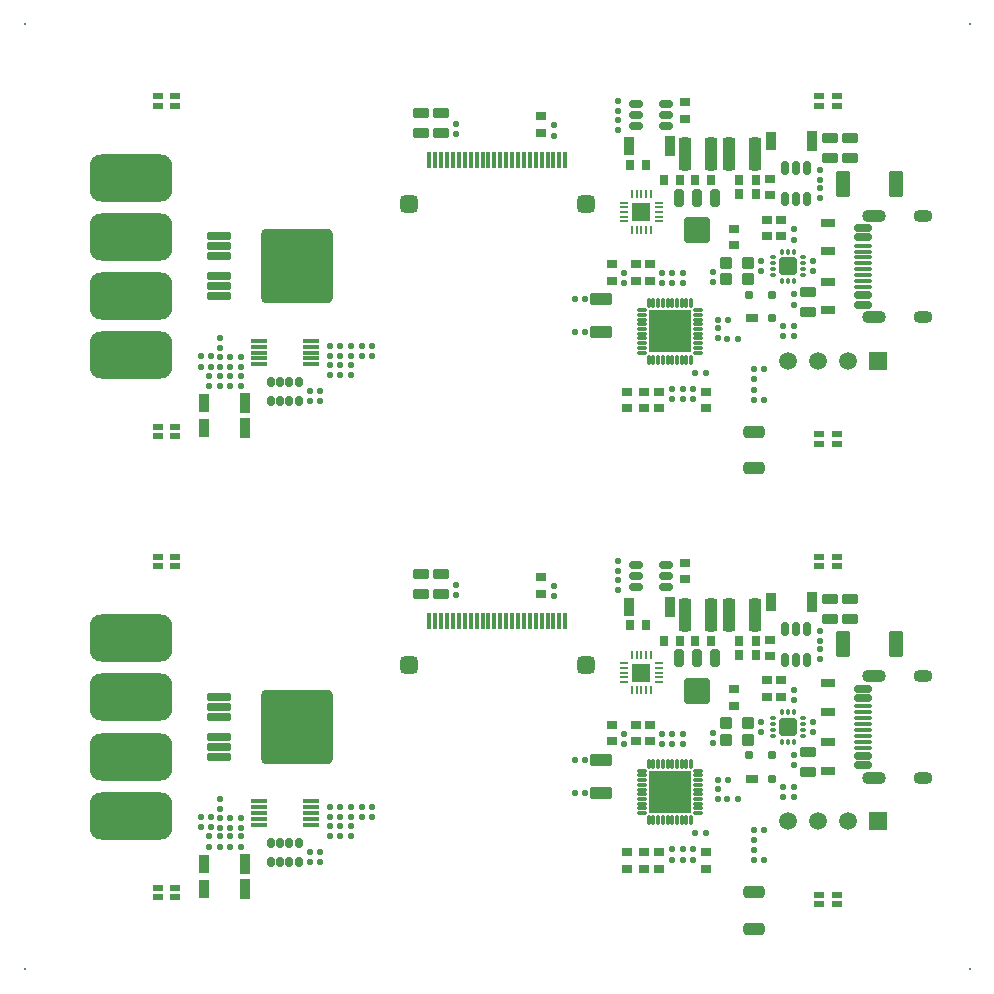
<source format=gts>
G04*
G04 #@! TF.GenerationSoftware,Altium Limited,Altium Designer,21.3.2 (30)*
G04*
G04 Layer_Color=8388736*
%FSLAX43Y43*%
%MOMM*%
G71*
G04*
G04 #@! TF.SameCoordinates,034B25BC-4B64-4F1D-819B-79BBDF65C54F*
G04*
G04*
G04 #@! TF.FilePolarity,Negative*
G04*
G01*
G75*
G04:AMPARAMS|DCode=10|XSize=0.9mm|YSize=0.75mm|CornerRadius=0.094mm|HoleSize=0mm|Usage=FLASHONLY|Rotation=0.000|XOffset=0mm|YOffset=0mm|HoleType=Round|Shape=RoundedRectangle|*
%AMROUNDEDRECTD10*
21,1,0.900,0.563,0,0,0.0*
21,1,0.713,0.750,0,0,0.0*
1,1,0.188,0.356,-0.281*
1,1,0.188,-0.356,-0.281*
1,1,0.188,-0.356,0.281*
1,1,0.188,0.356,0.281*
%
%ADD10ROUNDEDRECTD10*%
G04:AMPARAMS|DCode=11|XSize=0.8mm|YSize=1.5mm|CornerRadius=0.2mm|HoleSize=0mm|Usage=FLASHONLY|Rotation=0.000|XOffset=0mm|YOffset=0mm|HoleType=Round|Shape=RoundedRectangle|*
%AMROUNDEDRECTD11*
21,1,0.800,1.100,0,0,0.0*
21,1,0.400,1.500,0,0,0.0*
1,1,0.400,0.200,-0.550*
1,1,0.400,-0.200,-0.550*
1,1,0.400,-0.200,0.550*
1,1,0.400,0.200,0.550*
%
%ADD11ROUNDEDRECTD11*%
G04:AMPARAMS|DCode=12|XSize=2.2mm|YSize=2.2mm|CornerRadius=0.275mm|HoleSize=0mm|Usage=FLASHONLY|Rotation=90.000|XOffset=0mm|YOffset=0mm|HoleType=Round|Shape=RoundedRectangle|*
%AMROUNDEDRECTD12*
21,1,2.200,1.650,0,0,90.0*
21,1,1.650,2.200,0,0,90.0*
1,1,0.550,0.825,0.825*
1,1,0.550,0.825,-0.825*
1,1,0.550,-0.825,-0.825*
1,1,0.550,-0.825,0.825*
%
%ADD12ROUNDEDRECTD12*%
G04:AMPARAMS|DCode=13|XSize=0.47mm|YSize=0.52mm|CornerRadius=0.059mm|HoleSize=0mm|Usage=FLASHONLY|Rotation=270.000|XOffset=0mm|YOffset=0mm|HoleType=Round|Shape=RoundedRectangle|*
%AMROUNDEDRECTD13*
21,1,0.470,0.403,0,0,270.0*
21,1,0.353,0.520,0,0,270.0*
1,1,0.118,-0.201,-0.176*
1,1,0.118,-0.201,0.176*
1,1,0.118,0.201,0.176*
1,1,0.118,0.201,-0.176*
%
%ADD13ROUNDEDRECTD13*%
G04:AMPARAMS|DCode=17|XSize=0.7mm|YSize=0.6mm|CornerRadius=0.075mm|HoleSize=0mm|Usage=FLASHONLY|Rotation=90.000|XOffset=0mm|YOffset=0mm|HoleType=Round|Shape=RoundedRectangle|*
%AMROUNDEDRECTD17*
21,1,0.700,0.450,0,0,90.0*
21,1,0.550,0.600,0,0,90.0*
1,1,0.150,0.225,0.275*
1,1,0.150,0.225,-0.275*
1,1,0.150,-0.225,-0.275*
1,1,0.150,-0.225,0.275*
%
%ADD17ROUNDEDRECTD17*%
G04:AMPARAMS|DCode=18|XSize=1mm|YSize=0.7mm|CornerRadius=0.088mm|HoleSize=0mm|Usage=FLASHONLY|Rotation=0.000|XOffset=0mm|YOffset=0mm|HoleType=Round|Shape=RoundedRectangle|*
%AMROUNDEDRECTD18*
21,1,1.000,0.525,0,0,0.0*
21,1,0.825,0.700,0,0,0.0*
1,1,0.175,0.413,-0.263*
1,1,0.175,-0.413,-0.263*
1,1,0.175,-0.413,0.263*
1,1,0.175,0.413,0.263*
%
%ADD18ROUNDEDRECTD18*%
G04:AMPARAMS|DCode=19|XSize=0.35mm|YSize=1.4mm|CornerRadius=0.088mm|HoleSize=0mm|Usage=FLASHONLY|Rotation=180.000|XOffset=0mm|YOffset=0mm|HoleType=Round|Shape=RoundedRectangle|*
%AMROUNDEDRECTD19*
21,1,0.350,1.225,0,0,180.0*
21,1,0.175,1.400,0,0,180.0*
1,1,0.175,-0.088,0.613*
1,1,0.175,0.088,0.613*
1,1,0.175,0.088,-0.613*
1,1,0.175,-0.088,-0.613*
%
%ADD19ROUNDEDRECTD19*%
G04:AMPARAMS|DCode=20|XSize=1.5mm|YSize=1.5mm|CornerRadius=0.375mm|HoleSize=0mm|Usage=FLASHONLY|Rotation=90.000|XOffset=0mm|YOffset=0mm|HoleType=Round|Shape=RoundedRectangle|*
%AMROUNDEDRECTD20*
21,1,1.500,0.750,0,0,90.0*
21,1,0.750,1.500,0,0,90.0*
1,1,0.750,0.375,0.375*
1,1,0.750,0.375,-0.375*
1,1,0.750,-0.375,-0.375*
1,1,0.750,-0.375,0.375*
%
%ADD20ROUNDEDRECTD20*%
G04:AMPARAMS|DCode=21|XSize=1.2mm|YSize=2.2mm|CornerRadius=0.15mm|HoleSize=0mm|Usage=FLASHONLY|Rotation=180.000|XOffset=0mm|YOffset=0mm|HoleType=Round|Shape=RoundedRectangle|*
%AMROUNDEDRECTD21*
21,1,1.200,1.900,0,0,180.0*
21,1,0.900,2.200,0,0,180.0*
1,1,0.300,-0.450,0.950*
1,1,0.300,0.450,0.950*
1,1,0.300,0.450,-0.950*
1,1,0.300,-0.450,-0.950*
%
%ADD21ROUNDEDRECTD21*%
G04:AMPARAMS|DCode=22|XSize=0.35mm|YSize=1.4mm|CornerRadius=0.088mm|HoleSize=0mm|Usage=FLASHONLY|Rotation=90.000|XOffset=0mm|YOffset=0mm|HoleType=Round|Shape=RoundedRectangle|*
%AMROUNDEDRECTD22*
21,1,0.350,1.225,0,0,90.0*
21,1,0.175,1.400,0,0,90.0*
1,1,0.175,0.613,0.088*
1,1,0.175,0.613,-0.088*
1,1,0.175,-0.613,-0.088*
1,1,0.175,-0.613,0.088*
%
%ADD22ROUNDEDRECTD22*%
G04:AMPARAMS|DCode=23|XSize=0.6mm|YSize=0.8mm|CornerRadius=0.15mm|HoleSize=0mm|Usage=FLASHONLY|Rotation=0.000|XOffset=0mm|YOffset=0mm|HoleType=Round|Shape=RoundedRectangle|*
%AMROUNDEDRECTD23*
21,1,0.600,0.500,0,0,0.0*
21,1,0.300,0.800,0,0,0.0*
1,1,0.300,0.150,-0.250*
1,1,0.300,-0.150,-0.250*
1,1,0.300,-0.150,0.250*
1,1,0.300,0.150,0.250*
%
%ADD23ROUNDEDRECTD23*%
G04:AMPARAMS|DCode=24|XSize=0.47mm|YSize=0.52mm|CornerRadius=0.059mm|HoleSize=0mm|Usage=FLASHONLY|Rotation=180.000|XOffset=0mm|YOffset=0mm|HoleType=Round|Shape=RoundedRectangle|*
%AMROUNDEDRECTD24*
21,1,0.470,0.403,0,0,180.0*
21,1,0.353,0.520,0,0,180.0*
1,1,0.118,-0.176,0.201*
1,1,0.118,0.176,0.201*
1,1,0.118,0.176,-0.201*
1,1,0.118,-0.176,-0.201*
%
%ADD24ROUNDEDRECTD24*%
G04:AMPARAMS|DCode=25|XSize=0.91mm|YSize=1.6mm|CornerRadius=0.114mm|HoleSize=0mm|Usage=FLASHONLY|Rotation=180.000|XOffset=0mm|YOffset=0mm|HoleType=Round|Shape=RoundedRectangle|*
%AMROUNDEDRECTD25*
21,1,0.910,1.373,0,0,180.0*
21,1,0.683,1.600,0,0,180.0*
1,1,0.228,-0.341,0.686*
1,1,0.228,0.341,0.686*
1,1,0.228,0.341,-0.686*
1,1,0.228,-0.341,-0.686*
%
%ADD25ROUNDEDRECTD25*%
G04:AMPARAMS|DCode=26|XSize=0.9mm|YSize=1.7mm|CornerRadius=0.113mm|HoleSize=0mm|Usage=FLASHONLY|Rotation=180.000|XOffset=0mm|YOffset=0mm|HoleType=Round|Shape=RoundedRectangle|*
%AMROUNDEDRECTD26*
21,1,0.900,1.475,0,0,180.0*
21,1,0.675,1.700,0,0,180.0*
1,1,0.225,-0.338,0.738*
1,1,0.225,0.338,0.738*
1,1,0.225,0.338,-0.738*
1,1,0.225,-0.338,-0.738*
%
%ADD26ROUNDEDRECTD26*%
G04:AMPARAMS|DCode=27|XSize=1.1mm|YSize=1.8mm|CornerRadius=0.138mm|HoleSize=0mm|Usage=FLASHONLY|Rotation=90.000|XOffset=0mm|YOffset=0mm|HoleType=Round|Shape=RoundedRectangle|*
%AMROUNDEDRECTD27*
21,1,1.100,1.525,0,0,90.0*
21,1,0.825,1.800,0,0,90.0*
1,1,0.275,0.763,0.413*
1,1,0.275,0.763,-0.413*
1,1,0.275,-0.763,-0.413*
1,1,0.275,-0.763,0.413*
%
%ADD27ROUNDEDRECTD27*%
G04:AMPARAMS|DCode=28|XSize=1mm|YSize=1mm|CornerRadius=0.125mm|HoleSize=0mm|Usage=FLASHONLY|Rotation=0.000|XOffset=0mm|YOffset=0mm|HoleType=Round|Shape=RoundedRectangle|*
%AMROUNDEDRECTD28*
21,1,1.000,0.750,0,0,0.0*
21,1,0.750,1.000,0,0,0.0*
1,1,0.250,0.375,-0.375*
1,1,0.250,-0.375,-0.375*
1,1,0.250,-0.375,0.375*
1,1,0.250,0.375,0.375*
%
%ADD28ROUNDEDRECTD28*%
G04:AMPARAMS|DCode=29|XSize=1.8mm|YSize=1mm|CornerRadius=0.25mm|HoleSize=0mm|Usage=FLASHONLY|Rotation=180.000|XOffset=0mm|YOffset=0mm|HoleType=Round|Shape=RoundedRectangle|*
%AMROUNDEDRECTD29*
21,1,1.800,0.500,0,0,180.0*
21,1,1.300,1.000,0,0,180.0*
1,1,0.500,-0.650,0.250*
1,1,0.500,0.650,0.250*
1,1,0.500,0.650,-0.250*
1,1,0.500,-0.650,-0.250*
%
%ADD29ROUNDEDRECTD29*%
G04:AMPARAMS|DCode=30|XSize=0.9mm|YSize=0.75mm|CornerRadius=0.094mm|HoleSize=0mm|Usage=FLASHONLY|Rotation=90.000|XOffset=0mm|YOffset=0mm|HoleType=Round|Shape=RoundedRectangle|*
%AMROUNDEDRECTD30*
21,1,0.900,0.563,0,0,90.0*
21,1,0.713,0.750,0,0,90.0*
1,1,0.188,0.281,0.356*
1,1,0.188,0.281,-0.356*
1,1,0.188,-0.281,-0.356*
1,1,0.188,-0.281,0.356*
%
%ADD30ROUNDEDRECTD30*%
G04:AMPARAMS|DCode=31|XSize=2.8mm|YSize=1.1mm|CornerRadius=0.275mm|HoleSize=0mm|Usage=FLASHONLY|Rotation=90.000|XOffset=0mm|YOffset=0mm|HoleType=Round|Shape=RoundedRectangle|*
%AMROUNDEDRECTD31*
21,1,2.800,0.550,0,0,90.0*
21,1,2.250,1.100,0,0,90.0*
1,1,0.550,0.275,1.125*
1,1,0.550,0.275,-1.125*
1,1,0.550,-0.275,-1.125*
1,1,0.550,-0.275,1.125*
%
%ADD31ROUNDEDRECTD31*%
G04:AMPARAMS|DCode=32|XSize=1.45mm|YSize=0.6mm|CornerRadius=0.15mm|HoleSize=0mm|Usage=FLASHONLY|Rotation=180.000|XOffset=0mm|YOffset=0mm|HoleType=Round|Shape=RoundedRectangle|*
%AMROUNDEDRECTD32*
21,1,1.450,0.300,0,0,180.0*
21,1,1.150,0.600,0,0,180.0*
1,1,0.300,-0.575,0.150*
1,1,0.300,0.575,0.150*
1,1,0.300,0.575,-0.150*
1,1,0.300,-0.575,-0.150*
%
%ADD32ROUNDEDRECTD32*%
G04:AMPARAMS|DCode=33|XSize=0.35mm|YSize=1.45mm|CornerRadius=0.088mm|HoleSize=0mm|Usage=FLASHONLY|Rotation=90.000|XOffset=0mm|YOffset=0mm|HoleType=Round|Shape=RoundedRectangle|*
%AMROUNDEDRECTD33*
21,1,0.350,1.275,0,0,90.0*
21,1,0.175,1.450,0,0,90.0*
1,1,0.175,0.638,0.088*
1,1,0.175,0.638,-0.088*
1,1,0.175,-0.638,-0.088*
1,1,0.175,-0.638,0.088*
%
%ADD33ROUNDEDRECTD33*%
G04:AMPARAMS|DCode=34|XSize=0.7mm|YSize=1.2mm|CornerRadius=0.088mm|HoleSize=0mm|Usage=FLASHONLY|Rotation=270.000|XOffset=0mm|YOffset=0mm|HoleType=Round|Shape=RoundedRectangle|*
%AMROUNDEDRECTD34*
21,1,0.700,1.025,0,0,270.0*
21,1,0.525,1.200,0,0,270.0*
1,1,0.175,-0.513,-0.263*
1,1,0.175,-0.513,0.263*
1,1,0.175,0.513,0.263*
1,1,0.175,0.513,-0.263*
%
%ADD34ROUNDEDRECTD34*%
G04:AMPARAMS|DCode=35|XSize=1.45mm|YSize=1.45mm|CornerRadius=0.109mm|HoleSize=0mm|Usage=FLASHONLY|Rotation=180.000|XOffset=0mm|YOffset=0mm|HoleType=Round|Shape=RoundedRectangle|*
%AMROUNDEDRECTD35*
21,1,1.450,1.233,0,0,180.0*
21,1,1.233,1.450,0,0,180.0*
1,1,0.217,-0.616,0.616*
1,1,0.217,0.616,0.616*
1,1,0.217,0.616,-0.616*
1,1,0.217,-0.616,-0.616*
%
%ADD35ROUNDEDRECTD35*%
G04:AMPARAMS|DCode=36|XSize=0.3mm|YSize=0.5mm|CornerRadius=0.075mm|HoleSize=0mm|Usage=FLASHONLY|Rotation=180.000|XOffset=0mm|YOffset=0mm|HoleType=Round|Shape=RoundedRectangle|*
%AMROUNDEDRECTD36*
21,1,0.300,0.350,0,0,180.0*
21,1,0.150,0.500,0,0,180.0*
1,1,0.150,-0.075,0.175*
1,1,0.150,0.075,0.175*
1,1,0.150,0.075,-0.175*
1,1,0.150,-0.075,-0.175*
%
%ADD36ROUNDEDRECTD36*%
G04:AMPARAMS|DCode=37|XSize=0.3mm|YSize=0.5mm|CornerRadius=0.075mm|HoleSize=0mm|Usage=FLASHONLY|Rotation=270.000|XOffset=0mm|YOffset=0mm|HoleType=Round|Shape=RoundedRectangle|*
%AMROUNDEDRECTD37*
21,1,0.300,0.350,0,0,270.0*
21,1,0.150,0.500,0,0,270.0*
1,1,0.150,-0.175,-0.075*
1,1,0.150,-0.175,0.075*
1,1,0.150,0.175,0.075*
1,1,0.150,0.175,-0.075*
%
%ADD37ROUNDEDRECTD37*%
G04:AMPARAMS|DCode=38|XSize=0.65mm|YSize=2mm|CornerRadius=0.13mm|HoleSize=0mm|Usage=FLASHONLY|Rotation=270.000|XOffset=0mm|YOffset=0mm|HoleType=Round|Shape=RoundedRectangle|*
%AMROUNDEDRECTD38*
21,1,0.650,1.740,0,0,270.0*
21,1,0.390,2.000,0,0,270.0*
1,1,0.260,-0.870,-0.195*
1,1,0.260,-0.870,0.195*
1,1,0.260,0.870,0.195*
1,1,0.260,0.870,-0.195*
%
%ADD38ROUNDEDRECTD38*%
G04:AMPARAMS|DCode=39|XSize=6.3mm|YSize=6.1mm|CornerRadius=0.458mm|HoleSize=0mm|Usage=FLASHONLY|Rotation=270.000|XOffset=0mm|YOffset=0mm|HoleType=Round|Shape=RoundedRectangle|*
%AMROUNDEDRECTD39*
21,1,6.300,5.185,0,0,270.0*
21,1,5.385,6.100,0,0,270.0*
1,1,0.915,-2.593,-2.693*
1,1,0.915,-2.593,2.693*
1,1,0.915,2.593,2.693*
1,1,0.915,2.593,-2.693*
%
%ADD39ROUNDEDRECTD39*%
G04:AMPARAMS|DCode=40|XSize=4mm|YSize=7mm|CornerRadius=1mm|HoleSize=0mm|Usage=FLASHONLY|Rotation=270.000|XOffset=0mm|YOffset=0mm|HoleType=Round|Shape=RoundedRectangle|*
%AMROUNDEDRECTD40*
21,1,4.000,5.000,0,0,270.0*
21,1,2.000,7.000,0,0,270.0*
1,1,2.000,-2.500,-1.000*
1,1,2.000,-2.500,1.000*
1,1,2.000,2.500,1.000*
1,1,2.000,2.500,-1.000*
%
%ADD40ROUNDEDRECTD40*%
G04:AMPARAMS|DCode=41|XSize=1.3mm|YSize=0.8mm|CornerRadius=0.1mm|HoleSize=0mm|Usage=FLASHONLY|Rotation=180.000|XOffset=0mm|YOffset=0mm|HoleType=Round|Shape=RoundedRectangle|*
%AMROUNDEDRECTD41*
21,1,1.300,0.600,0,0,180.0*
21,1,1.100,0.800,0,0,180.0*
1,1,0.200,-0.550,0.300*
1,1,0.200,0.550,0.300*
1,1,0.200,0.550,-0.300*
1,1,0.200,-0.550,-0.300*
%
%ADD41ROUNDEDRECTD41*%
G04:AMPARAMS|DCode=42|XSize=0.6mm|YSize=1.2mm|CornerRadius=0.15mm|HoleSize=0mm|Usage=FLASHONLY|Rotation=180.000|XOffset=0mm|YOffset=0mm|HoleType=Round|Shape=RoundedRectangle|*
%AMROUNDEDRECTD42*
21,1,0.600,0.900,0,0,180.0*
21,1,0.300,1.200,0,0,180.0*
1,1,0.300,-0.150,0.450*
1,1,0.300,0.150,0.450*
1,1,0.300,0.150,-0.450*
1,1,0.300,-0.150,-0.450*
%
%ADD42ROUNDEDRECTD42*%
G04:AMPARAMS|DCode=43|XSize=0.6mm|YSize=1.2mm|CornerRadius=0.15mm|HoleSize=0mm|Usage=FLASHONLY|Rotation=90.000|XOffset=0mm|YOffset=0mm|HoleType=Round|Shape=RoundedRectangle|*
%AMROUNDEDRECTD43*
21,1,0.600,0.900,0,0,90.0*
21,1,0.300,1.200,0,0,90.0*
1,1,0.300,0.450,0.150*
1,1,0.300,0.450,-0.150*
1,1,0.300,-0.450,-0.150*
1,1,0.300,-0.450,0.150*
%
%ADD43ROUNDEDRECTD43*%
%ADD44R,0.850X0.500*%
%ADD45R,1.650X1.650*%
%ADD46O,0.250X0.700*%
%ADD47O,0.700X0.250*%
%ADD80O,2.000X1.100*%
%ADD81O,1.600X1.100*%
%ADD82C,1.500*%
%ADD83R,1.500X1.500*%
%ADD98O,0.930X0.300*%
%ADD99O,0.300X0.930*%
%ADD100R,3.580X3.580*%
%ADD101C,0.203*%
D10*
X62500Y24800D02*
D03*
Y26200D02*
D03*
X58400Y36900D02*
D03*
Y35500D02*
D03*
X55400Y23200D02*
D03*
Y21800D02*
D03*
X54200Y23200D02*
D03*
Y21800D02*
D03*
X53500Y11000D02*
D03*
Y12400D02*
D03*
X54900Y11000D02*
D03*
Y12400D02*
D03*
X56200Y11000D02*
D03*
Y12400D02*
D03*
X60200Y11000D02*
D03*
Y12400D02*
D03*
X52200Y23200D02*
D03*
Y21800D02*
D03*
X65300Y26950D02*
D03*
Y25550D02*
D03*
X66550Y26950D02*
D03*
Y25550D02*
D03*
X65600Y30400D02*
D03*
Y29000D02*
D03*
X46200Y34300D02*
D03*
Y35700D02*
D03*
X62500Y63800D02*
D03*
Y65200D02*
D03*
X58400Y75900D02*
D03*
Y74500D02*
D03*
X55400Y62200D02*
D03*
Y60800D02*
D03*
X54200Y62200D02*
D03*
Y60800D02*
D03*
X53500Y50000D02*
D03*
Y51400D02*
D03*
X54900Y50000D02*
D03*
Y51400D02*
D03*
X56200Y50000D02*
D03*
Y51400D02*
D03*
X60200Y50000D02*
D03*
Y51400D02*
D03*
X52200Y62200D02*
D03*
Y60800D02*
D03*
X65300Y65950D02*
D03*
Y64550D02*
D03*
X66550Y65950D02*
D03*
Y64550D02*
D03*
X65600Y69400D02*
D03*
Y68000D02*
D03*
X46200Y73300D02*
D03*
Y74700D02*
D03*
D11*
X60900Y28800D02*
D03*
X57900D02*
D03*
X59400D02*
D03*
X60900Y67800D02*
D03*
X57900D02*
D03*
X59400D02*
D03*
D12*
Y26050D02*
D03*
Y65050D02*
D03*
D13*
X66700Y17070D02*
D03*
Y17930D02*
D03*
X67600Y17070D02*
D03*
Y17930D02*
D03*
X59100Y11770D02*
D03*
Y12630D02*
D03*
X20800Y14470D02*
D03*
Y15330D02*
D03*
X19900Y14470D02*
D03*
Y15330D02*
D03*
X19900Y12870D02*
D03*
Y13730D02*
D03*
X20800Y12870D02*
D03*
Y13730D02*
D03*
X26600Y11570D02*
D03*
Y12430D02*
D03*
X18100Y13730D02*
D03*
Y12870D02*
D03*
X19000D02*
D03*
Y13730D02*
D03*
X19000Y14470D02*
D03*
Y15330D02*
D03*
X19000Y16070D02*
D03*
Y16930D02*
D03*
X30100Y15370D02*
D03*
Y16230D02*
D03*
X31000Y15370D02*
D03*
Y16230D02*
D03*
X30100Y14630D02*
D03*
Y13770D02*
D03*
X31900Y16230D02*
D03*
Y15370D02*
D03*
X28300Y14630D02*
D03*
Y13770D02*
D03*
X29200Y14630D02*
D03*
Y13770D02*
D03*
X28300Y16230D02*
D03*
Y15370D02*
D03*
X27500Y11570D02*
D03*
Y12430D02*
D03*
X29200Y16230D02*
D03*
Y15370D02*
D03*
X57300Y11770D02*
D03*
Y12630D02*
D03*
X53200Y22430D02*
D03*
Y21570D02*
D03*
X61200Y17760D02*
D03*
Y16900D02*
D03*
X60800Y21670D02*
D03*
Y22530D02*
D03*
X58200Y22430D02*
D03*
Y21570D02*
D03*
X57300Y22430D02*
D03*
Y21570D02*
D03*
X56400D02*
D03*
Y22430D02*
D03*
X64800Y23430D02*
D03*
Y22570D02*
D03*
X64250Y13430D02*
D03*
Y12570D02*
D03*
X52700Y36170D02*
D03*
Y37030D02*
D03*
Y35430D02*
D03*
Y34570D02*
D03*
X67600Y19770D02*
D03*
Y20630D02*
D03*
Y26130D02*
D03*
Y25270D02*
D03*
X69200Y23430D02*
D03*
Y22570D02*
D03*
X58200Y11770D02*
D03*
Y12630D02*
D03*
X69800Y30270D02*
D03*
Y31130D02*
D03*
Y28770D02*
D03*
Y29630D02*
D03*
X47300Y34070D02*
D03*
Y34930D02*
D03*
X39000Y35030D02*
D03*
Y34170D02*
D03*
X66700Y56070D02*
D03*
Y56930D02*
D03*
X67600Y56070D02*
D03*
Y56930D02*
D03*
X59100Y50770D02*
D03*
Y51630D02*
D03*
X20800Y53470D02*
D03*
Y54330D02*
D03*
X19900Y53470D02*
D03*
Y54330D02*
D03*
X19900Y51870D02*
D03*
Y52730D02*
D03*
X20800Y51870D02*
D03*
Y52730D02*
D03*
X26600Y50570D02*
D03*
Y51430D02*
D03*
X18100Y52730D02*
D03*
Y51870D02*
D03*
X19000D02*
D03*
Y52730D02*
D03*
X19000Y53470D02*
D03*
Y54330D02*
D03*
X19000Y55070D02*
D03*
Y55930D02*
D03*
X30100Y54370D02*
D03*
Y55230D02*
D03*
X31000Y54370D02*
D03*
Y55230D02*
D03*
X30100Y53630D02*
D03*
Y52770D02*
D03*
X31900Y55230D02*
D03*
Y54370D02*
D03*
X28300Y53630D02*
D03*
Y52770D02*
D03*
X29200Y53630D02*
D03*
Y52770D02*
D03*
X28300Y55230D02*
D03*
Y54370D02*
D03*
X27500Y50570D02*
D03*
Y51430D02*
D03*
X29200Y55230D02*
D03*
Y54370D02*
D03*
X57300Y50770D02*
D03*
Y51630D02*
D03*
X53200Y61430D02*
D03*
Y60570D02*
D03*
X61200Y56760D02*
D03*
Y55900D02*
D03*
X60800Y60670D02*
D03*
Y61530D02*
D03*
X58200Y61430D02*
D03*
Y60570D02*
D03*
X57300Y61430D02*
D03*
Y60570D02*
D03*
X56400D02*
D03*
Y61430D02*
D03*
X64800Y62430D02*
D03*
Y61570D02*
D03*
X64250Y52430D02*
D03*
Y51570D02*
D03*
X52700Y75170D02*
D03*
Y76030D02*
D03*
Y74430D02*
D03*
Y73570D02*
D03*
X67600Y58770D02*
D03*
Y59630D02*
D03*
Y65130D02*
D03*
Y64270D02*
D03*
X69200Y62430D02*
D03*
Y61570D02*
D03*
X58200Y50770D02*
D03*
Y51630D02*
D03*
X69800Y69270D02*
D03*
Y70130D02*
D03*
Y67770D02*
D03*
Y68630D02*
D03*
X47300Y73070D02*
D03*
Y73930D02*
D03*
X39000Y74030D02*
D03*
Y73170D02*
D03*
D17*
X65750Y18600D02*
D03*
Y20600D02*
D03*
X63850D02*
D03*
X65750Y57600D02*
D03*
Y59600D02*
D03*
X63850D02*
D03*
D18*
X64050Y18600D02*
D03*
Y57600D02*
D03*
D19*
X36750Y32000D02*
D03*
X37250D02*
D03*
X37750D02*
D03*
X38250D02*
D03*
X38750D02*
D03*
X39250D02*
D03*
X39750D02*
D03*
X40250D02*
D03*
X40750D02*
D03*
X41250D02*
D03*
X41750D02*
D03*
X42250D02*
D03*
X42750D02*
D03*
X43250D02*
D03*
X43750D02*
D03*
X44250D02*
D03*
X44750D02*
D03*
X45250D02*
D03*
X45750D02*
D03*
X46250D02*
D03*
X46750D02*
D03*
X47250D02*
D03*
X47750D02*
D03*
X48250D02*
D03*
X36750Y71000D02*
D03*
X37250D02*
D03*
X37750D02*
D03*
X38250D02*
D03*
X38750D02*
D03*
X39250D02*
D03*
X39750D02*
D03*
X40250D02*
D03*
X40750D02*
D03*
X41250D02*
D03*
X41750D02*
D03*
X42250D02*
D03*
X42750D02*
D03*
X43250D02*
D03*
X43750D02*
D03*
X44250D02*
D03*
X44750D02*
D03*
X45250D02*
D03*
X45750D02*
D03*
X46250D02*
D03*
X46750D02*
D03*
X47250D02*
D03*
X47750D02*
D03*
X48250D02*
D03*
D20*
X35000Y28250D02*
D03*
X50000D02*
D03*
X35000Y67250D02*
D03*
X50000D02*
D03*
D21*
X76250Y30000D02*
D03*
X71750D02*
D03*
X76250Y69000D02*
D03*
X71750D02*
D03*
D22*
X22300Y16700D02*
D03*
Y16200D02*
D03*
Y15700D02*
D03*
Y15200D02*
D03*
Y14700D02*
D03*
X26700D02*
D03*
Y15200D02*
D03*
Y15700D02*
D03*
Y16200D02*
D03*
Y16700D02*
D03*
X22300Y55700D02*
D03*
Y55200D02*
D03*
Y54700D02*
D03*
Y54200D02*
D03*
Y53700D02*
D03*
X26700D02*
D03*
Y54200D02*
D03*
Y54700D02*
D03*
Y55200D02*
D03*
Y55700D02*
D03*
D23*
X24100Y11600D02*
D03*
X24900D02*
D03*
X23300D02*
D03*
X25700D02*
D03*
Y13200D02*
D03*
X24900D02*
D03*
X24100D02*
D03*
X23300D02*
D03*
X24100Y50600D02*
D03*
X24900D02*
D03*
X23300D02*
D03*
X25700D02*
D03*
Y52200D02*
D03*
X24900D02*
D03*
X24100D02*
D03*
X23300D02*
D03*
D24*
X17370Y14500D02*
D03*
X18230D02*
D03*
X17370Y15400D02*
D03*
X18230D02*
D03*
X49905Y17400D02*
D03*
X49045D02*
D03*
X49905Y20200D02*
D03*
X49045D02*
D03*
X62030Y18500D02*
D03*
X61170D02*
D03*
X59270Y14000D02*
D03*
X60130D02*
D03*
X61978Y16887D02*
D03*
X62838D02*
D03*
X64250Y11700D02*
D03*
X65110D02*
D03*
Y14300D02*
D03*
X64250D02*
D03*
X17370Y53500D02*
D03*
X18230D02*
D03*
X17370Y54400D02*
D03*
X18230D02*
D03*
X49905Y56400D02*
D03*
X49045D02*
D03*
X49905Y59200D02*
D03*
X49045D02*
D03*
X62030Y57500D02*
D03*
X61170D02*
D03*
X59270Y53000D02*
D03*
X60130D02*
D03*
X61978Y55887D02*
D03*
X62838D02*
D03*
X64250Y50700D02*
D03*
X65110D02*
D03*
Y53300D02*
D03*
X64250D02*
D03*
D25*
X17650Y11400D02*
D03*
Y9300D02*
D03*
X53650Y33200D02*
D03*
X65650Y33600D02*
D03*
X17650Y50400D02*
D03*
Y48300D02*
D03*
X53650Y72200D02*
D03*
X65650Y72600D02*
D03*
D26*
X21150Y11400D02*
D03*
Y9300D02*
D03*
X57150Y33200D02*
D03*
X69150Y33600D02*
D03*
X21150Y50400D02*
D03*
Y48300D02*
D03*
X57150Y72200D02*
D03*
X69150Y72600D02*
D03*
D27*
X51275Y17400D02*
D03*
Y20200D02*
D03*
Y56400D02*
D03*
Y59200D02*
D03*
D28*
X63700Y21900D02*
D03*
X61900Y23300D02*
D03*
Y21900D02*
D03*
X63700Y23300D02*
D03*
Y60900D02*
D03*
X61900Y62300D02*
D03*
Y60900D02*
D03*
X63700Y62300D02*
D03*
D29*
X64250Y9000D02*
D03*
Y5900D02*
D03*
Y48000D02*
D03*
Y44900D02*
D03*
D30*
X55100Y31600D02*
D03*
X53700D02*
D03*
X63000Y30300D02*
D03*
X64400D02*
D03*
X63000Y29100D02*
D03*
X64400D02*
D03*
X56600Y30300D02*
D03*
X58000D02*
D03*
X60600D02*
D03*
X59200D02*
D03*
X55100Y70600D02*
D03*
X53700D02*
D03*
X63000Y69300D02*
D03*
X64400D02*
D03*
X63000Y68100D02*
D03*
X64400D02*
D03*
X56600Y69300D02*
D03*
X58000D02*
D03*
X60600D02*
D03*
X59200D02*
D03*
D31*
X60600Y32500D02*
D03*
X58400D02*
D03*
X62100Y32500D02*
D03*
X64300D02*
D03*
X60600Y71500D02*
D03*
X58400D02*
D03*
X62100Y71500D02*
D03*
X64300D02*
D03*
D32*
X73450Y26250D02*
D03*
Y25450D02*
D03*
Y20550D02*
D03*
Y19750D02*
D03*
Y65250D02*
D03*
Y64450D02*
D03*
Y59550D02*
D03*
Y58750D02*
D03*
D33*
Y22750D02*
D03*
Y23250D02*
D03*
Y23750D02*
D03*
Y24250D02*
D03*
Y24750D02*
D03*
Y22250D02*
D03*
Y21750D02*
D03*
Y21250D02*
D03*
Y61750D02*
D03*
Y62250D02*
D03*
Y62750D02*
D03*
Y63250D02*
D03*
Y63750D02*
D03*
Y61250D02*
D03*
Y60750D02*
D03*
Y60250D02*
D03*
D34*
X70500Y24300D02*
D03*
Y26700D02*
D03*
Y21700D02*
D03*
Y19300D02*
D03*
Y63300D02*
D03*
Y65700D02*
D03*
Y60700D02*
D03*
Y58300D02*
D03*
D35*
X67100Y23000D02*
D03*
Y62000D02*
D03*
D36*
X67600Y24250D02*
D03*
Y21750D02*
D03*
X67100D02*
D03*
X66600D02*
D03*
Y24250D02*
D03*
X67100D02*
D03*
X67600Y63250D02*
D03*
Y60750D02*
D03*
X67100D02*
D03*
X66600D02*
D03*
Y63250D02*
D03*
X67100D02*
D03*
D37*
X68350Y23750D02*
D03*
Y23250D02*
D03*
Y22750D02*
D03*
Y22250D02*
D03*
X65850D02*
D03*
Y22750D02*
D03*
Y23250D02*
D03*
Y23750D02*
D03*
X68350Y62750D02*
D03*
Y62250D02*
D03*
Y61750D02*
D03*
Y61250D02*
D03*
X65850D02*
D03*
Y61750D02*
D03*
Y62250D02*
D03*
Y62750D02*
D03*
D38*
X18950Y20450D02*
D03*
Y21300D02*
D03*
Y22150D02*
D03*
Y23850D02*
D03*
Y24700D02*
D03*
Y25550D02*
D03*
Y59450D02*
D03*
Y60300D02*
D03*
Y61150D02*
D03*
Y62850D02*
D03*
Y63700D02*
D03*
Y64550D02*
D03*
D39*
X25500Y23000D02*
D03*
Y62000D02*
D03*
D40*
X11500Y30500D02*
D03*
Y25500D02*
D03*
Y15500D02*
D03*
Y20500D02*
D03*
Y69500D02*
D03*
Y64500D02*
D03*
Y54500D02*
D03*
Y59500D02*
D03*
D41*
X72375Y33859D02*
D03*
Y32159D02*
D03*
X70675Y33859D02*
D03*
Y32159D02*
D03*
X68800Y20850D02*
D03*
Y19150D02*
D03*
X37700Y35950D02*
D03*
Y34250D02*
D03*
X36000Y35950D02*
D03*
Y34250D02*
D03*
X72375Y72859D02*
D03*
Y71159D02*
D03*
X70675Y72859D02*
D03*
Y71159D02*
D03*
X68800Y59850D02*
D03*
Y58150D02*
D03*
X37700Y74950D02*
D03*
Y73250D02*
D03*
X36000Y74950D02*
D03*
Y73250D02*
D03*
D42*
X67800Y31300D02*
D03*
X66850D02*
D03*
X68750D02*
D03*
X66850Y28700D02*
D03*
X68750D02*
D03*
X67800D02*
D03*
Y70300D02*
D03*
X66850D02*
D03*
X68750D02*
D03*
X66850Y67700D02*
D03*
X68750D02*
D03*
X67800D02*
D03*
D43*
X56800Y35800D02*
D03*
Y36750D02*
D03*
Y34850D02*
D03*
X54200Y36750D02*
D03*
Y34850D02*
D03*
Y35800D02*
D03*
X56800Y74800D02*
D03*
Y75750D02*
D03*
Y73850D02*
D03*
X54200Y75750D02*
D03*
Y73850D02*
D03*
Y74800D02*
D03*
D44*
X69750Y36600D02*
D03*
Y37400D02*
D03*
X71250D02*
D03*
Y36600D02*
D03*
X69750Y8000D02*
D03*
Y8800D02*
D03*
X71250D02*
D03*
Y8000D02*
D03*
X13750Y36600D02*
D03*
Y37400D02*
D03*
X15250D02*
D03*
Y36600D02*
D03*
X13750Y8600D02*
D03*
Y9400D02*
D03*
X15250D02*
D03*
Y8600D02*
D03*
X69750Y75600D02*
D03*
Y76400D02*
D03*
X71250D02*
D03*
Y75600D02*
D03*
X69750Y47000D02*
D03*
Y47800D02*
D03*
X71250D02*
D03*
Y47000D02*
D03*
X13750Y75600D02*
D03*
Y76400D02*
D03*
X15250D02*
D03*
Y75600D02*
D03*
X13750Y47600D02*
D03*
Y48400D02*
D03*
X15250D02*
D03*
Y47600D02*
D03*
D45*
X54700Y27600D02*
D03*
Y66600D02*
D03*
D46*
X54700Y26100D02*
D03*
Y29100D02*
D03*
X55100D02*
D03*
X55500D02*
D03*
X54300D02*
D03*
X53900D02*
D03*
X55100Y26100D02*
D03*
X55500D02*
D03*
X54300D02*
D03*
X53900D02*
D03*
X54700Y65100D02*
D03*
Y68100D02*
D03*
X55100D02*
D03*
X55500D02*
D03*
X54300D02*
D03*
X53900D02*
D03*
X55100Y65100D02*
D03*
X55500D02*
D03*
X54300D02*
D03*
X53900D02*
D03*
D47*
X56200Y26800D02*
D03*
Y27200D02*
D03*
Y27600D02*
D03*
Y28000D02*
D03*
Y28400D02*
D03*
X53200Y26800D02*
D03*
Y27200D02*
D03*
Y27600D02*
D03*
Y28000D02*
D03*
Y28400D02*
D03*
X56200Y65800D02*
D03*
Y66200D02*
D03*
Y66600D02*
D03*
Y67000D02*
D03*
Y67400D02*
D03*
X53200Y65800D02*
D03*
Y66200D02*
D03*
Y66600D02*
D03*
Y67000D02*
D03*
Y67400D02*
D03*
D80*
X74400Y18700D02*
D03*
Y27300D02*
D03*
Y57700D02*
D03*
Y66300D02*
D03*
D81*
X78550Y27300D02*
D03*
Y18700D02*
D03*
Y66300D02*
D03*
Y57700D02*
D03*
D82*
X67120Y15000D02*
D03*
X69660D02*
D03*
X72200D02*
D03*
X67120Y54000D02*
D03*
X69660D02*
D03*
X72200D02*
D03*
D83*
X74740Y15000D02*
D03*
Y54000D02*
D03*
D98*
X54711Y19300D02*
D03*
Y18900D02*
D03*
Y18500D02*
D03*
Y17300D02*
D03*
Y16500D02*
D03*
Y16100D02*
D03*
Y15700D02*
D03*
X59511D02*
D03*
Y16900D02*
D03*
Y17300D02*
D03*
Y17700D02*
D03*
Y18100D02*
D03*
Y18500D02*
D03*
Y18900D02*
D03*
Y19300D02*
D03*
Y16500D02*
D03*
Y16100D02*
D03*
X54711Y16900D02*
D03*
Y17700D02*
D03*
Y18100D02*
D03*
Y58300D02*
D03*
Y57900D02*
D03*
Y57500D02*
D03*
Y56300D02*
D03*
Y55500D02*
D03*
Y55100D02*
D03*
Y54700D02*
D03*
X59511D02*
D03*
Y55900D02*
D03*
Y56300D02*
D03*
Y56700D02*
D03*
Y57100D02*
D03*
Y57500D02*
D03*
Y57900D02*
D03*
Y58300D02*
D03*
Y55500D02*
D03*
Y55100D02*
D03*
X54711Y55900D02*
D03*
Y56700D02*
D03*
Y57100D02*
D03*
D99*
X55311Y15100D02*
D03*
X55711D02*
D03*
X56111D02*
D03*
X57311D02*
D03*
X58111D02*
D03*
X58511D02*
D03*
X58911D02*
D03*
X57311Y19900D02*
D03*
X56911D02*
D03*
X56511D02*
D03*
X56111D02*
D03*
X55711D02*
D03*
X55311D02*
D03*
X57711D02*
D03*
X58111D02*
D03*
X58511D02*
D03*
X58911D02*
D03*
X57711Y15100D02*
D03*
X56911D02*
D03*
X56511D02*
D03*
X55311Y54100D02*
D03*
X55711D02*
D03*
X56111D02*
D03*
X57311D02*
D03*
X58111D02*
D03*
X58511D02*
D03*
X58911D02*
D03*
X57311Y58900D02*
D03*
X56911D02*
D03*
X56511D02*
D03*
X56111D02*
D03*
X55711D02*
D03*
X55311D02*
D03*
X57711D02*
D03*
X58111D02*
D03*
X58511D02*
D03*
X58911D02*
D03*
X57711Y54100D02*
D03*
X56911D02*
D03*
X56511D02*
D03*
D100*
X57111Y17500D02*
D03*
Y56500D02*
D03*
D101*
X82500Y82500D02*
D03*
Y2500D02*
D03*
X2500D02*
D03*
Y82500D02*
D03*
M02*

</source>
